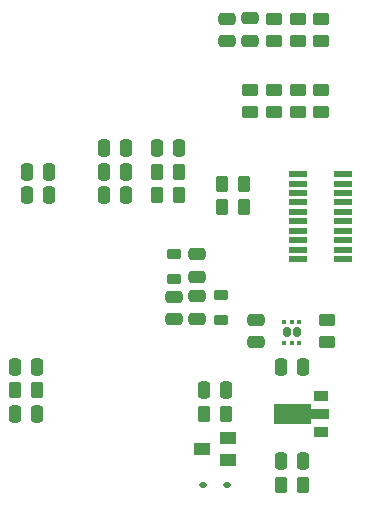
<source format=gbp>
%TF.GenerationSoftware,KiCad,Pcbnew,7.0.2*%
%TF.CreationDate,2023-11-21T14:26:12-06:00*%
%TF.ProjectId,BPS-PeripheralSOM,4250532d-5065-4726-9970-686572616c53,rev?*%
%TF.SameCoordinates,Original*%
%TF.FileFunction,Paste,Bot*%
%TF.FilePolarity,Positive*%
%FSLAX46Y46*%
G04 Gerber Fmt 4.6, Leading zero omitted, Abs format (unit mm)*
G04 Created by KiCad (PCBNEW 7.0.2) date 2023-11-21 14:26:12*
%MOMM*%
%LPD*%
G01*
G04 APERTURE LIST*
G04 Aperture macros list*
%AMRoundRect*
0 Rectangle with rounded corners*
0 $1 Rounding radius*
0 $2 $3 $4 $5 $6 $7 $8 $9 X,Y pos of 4 corners*
0 Add a 4 corners polygon primitive as box body*
4,1,4,$2,$3,$4,$5,$6,$7,$8,$9,$2,$3,0*
0 Add four circle primitives for the rounded corners*
1,1,$1+$1,$2,$3*
1,1,$1+$1,$4,$5*
1,1,$1+$1,$6,$7*
1,1,$1+$1,$8,$9*
0 Add four rect primitives between the rounded corners*
20,1,$1+$1,$2,$3,$4,$5,0*
20,1,$1+$1,$4,$5,$6,$7,0*
20,1,$1+$1,$6,$7,$8,$9,0*
20,1,$1+$1,$8,$9,$2,$3,0*%
%AMFreePoly0*
4,1,9,3.862500,-0.866500,0.737500,-0.866500,0.737500,-0.450000,-0.737500,-0.450000,-0.737500,0.450000,0.737500,0.450000,0.737500,0.866500,3.862500,0.866500,3.862500,-0.866500,3.862500,-0.866500,$1*%
G04 Aperture macros list end*
%ADD10R,1.500000X0.550000*%
%ADD11R,1.400000X1.000000*%
%ADD12RoundRect,0.250000X0.250000X0.475000X-0.250000X0.475000X-0.250000X-0.475000X0.250000X-0.475000X0*%
%ADD13RoundRect,0.112500X0.187500X0.112500X-0.187500X0.112500X-0.187500X-0.112500X0.187500X-0.112500X0*%
%ADD14RoundRect,0.250000X-0.475000X0.250000X-0.475000X-0.250000X0.475000X-0.250000X0.475000X0.250000X0*%
%ADD15RoundRect,0.250000X-0.450000X0.262500X-0.450000X-0.262500X0.450000X-0.262500X0.450000X0.262500X0*%
%ADD16RoundRect,0.250000X-0.262500X-0.450000X0.262500X-0.450000X0.262500X0.450000X-0.262500X0.450000X0*%
%ADD17RoundRect,0.250000X0.450000X-0.262500X0.450000X0.262500X-0.450000X0.262500X-0.450000X-0.262500X0*%
%ADD18RoundRect,0.250000X0.475000X-0.250000X0.475000X0.250000X-0.475000X0.250000X-0.475000X-0.250000X0*%
%ADD19RoundRect,0.160000X-0.160000X0.245000X-0.160000X-0.245000X0.160000X-0.245000X0.160000X0.245000X0*%
%ADD20RoundRect,0.093750X-0.106250X0.093750X-0.106250X-0.093750X0.106250X-0.093750X0.106250X0.093750X0*%
%ADD21R,1.300000X0.900000*%
%ADD22FreePoly0,180.000000*%
%ADD23RoundRect,0.218750X-0.381250X0.218750X-0.381250X-0.218750X0.381250X-0.218750X0.381250X0.218750X0*%
%ADD24RoundRect,0.250000X0.262500X0.450000X-0.262500X0.450000X-0.262500X-0.450000X0.262500X-0.450000X0*%
%ADD25RoundRect,0.250000X-0.250000X-0.475000X0.250000X-0.475000X0.250000X0.475000X-0.250000X0.475000X0*%
%ADD26RoundRect,0.218750X0.381250X-0.218750X0.381250X0.218750X-0.381250X0.218750X-0.381250X-0.218750X0*%
G04 APERTURE END LIST*
D10*
%TO.C,J6*%
X135000000Y-61200000D03*
X138800000Y-61200000D03*
X135000000Y-62000000D03*
X138800000Y-62000000D03*
X135000000Y-62800000D03*
X138800000Y-62800000D03*
X135000000Y-63600000D03*
X138800000Y-63600000D03*
X135000000Y-64400000D03*
X138800000Y-64400000D03*
X135000000Y-65200000D03*
X138800000Y-65200000D03*
X135000000Y-66000000D03*
X138800000Y-66000000D03*
X135000000Y-66800000D03*
X138800000Y-66800000D03*
X135000000Y-67600000D03*
X138800000Y-67600000D03*
X135000000Y-68400000D03*
X138800000Y-68400000D03*
%TD*%
D11*
%TO.C,Q1*%
X129100000Y-83550000D03*
X129100000Y-85450000D03*
X126900000Y-84500000D03*
%TD*%
D12*
%TO.C,C2*%
X113950000Y-61000000D03*
X112050000Y-61000000D03*
%TD*%
D13*
%TO.C,D3*%
X129050000Y-87500000D03*
X126950000Y-87500000D03*
%TD*%
D12*
%TO.C,C6*%
X112950000Y-81500000D03*
X111050000Y-81500000D03*
%TD*%
D14*
%TO.C,C7*%
X124500000Y-71600000D03*
X124500000Y-73500000D03*
%TD*%
D12*
%TO.C,C8*%
X135450000Y-85500000D03*
X133550000Y-85500000D03*
%TD*%
D15*
%TO.C,R10*%
X135000000Y-54087500D03*
X135000000Y-55912500D03*
%TD*%
D12*
%TO.C,C17*%
X120500000Y-61000000D03*
X118600000Y-61000000D03*
%TD*%
D15*
%TO.C,R12*%
X133000000Y-54087500D03*
X133000000Y-55912500D03*
%TD*%
D12*
%TO.C,C11*%
X113950000Y-63000000D03*
X112050000Y-63000000D03*
%TD*%
D16*
%TO.C,R2*%
X123087500Y-63000000D03*
X124912500Y-63000000D03*
%TD*%
D17*
%TO.C,R9*%
X131000000Y-55912500D03*
X131000000Y-54087500D03*
%TD*%
D12*
%TO.C,C16*%
X120500000Y-59000000D03*
X118600000Y-59000000D03*
%TD*%
D18*
%TO.C,C10*%
X131000000Y-49900000D03*
X131000000Y-48000000D03*
%TD*%
D14*
%TO.C,C19*%
X131500000Y-73550000D03*
X131500000Y-75450000D03*
%TD*%
D19*
%TO.C,U6*%
X134900000Y-74612500D03*
X134100000Y-74612500D03*
D20*
X133850000Y-73725000D03*
X134500000Y-73725000D03*
X135150000Y-73725000D03*
X135150000Y-75500000D03*
X134500000Y-75500000D03*
X133850000Y-75500000D03*
%TD*%
D12*
%TO.C,C4*%
X112950000Y-77500000D03*
X111050000Y-77500000D03*
%TD*%
D15*
%TO.C,R1*%
X137500000Y-73587500D03*
X137500000Y-75412500D03*
%TD*%
D21*
%TO.C,Q2*%
X136950000Y-80000000D03*
D22*
X136862500Y-81500000D03*
D21*
X136950000Y-83000000D03*
%TD*%
D18*
%TO.C,C9*%
X129000000Y-49950000D03*
X129000000Y-48050000D03*
%TD*%
D17*
%TO.C,R5*%
X133000000Y-49912500D03*
X133000000Y-48087500D03*
%TD*%
%TO.C,R4*%
X135000000Y-49912500D03*
X135000000Y-48087500D03*
%TD*%
%TO.C,R13*%
X137000000Y-55912500D03*
X137000000Y-54087500D03*
%TD*%
D12*
%TO.C,C18*%
X135450000Y-77500000D03*
X133550000Y-77500000D03*
%TD*%
D23*
%TO.C,FB4*%
X124500000Y-67937500D03*
X124500000Y-70062500D03*
%TD*%
D24*
%TO.C,R14*%
X135412500Y-87500000D03*
X133587500Y-87500000D03*
%TD*%
%TO.C,R16*%
X112912500Y-79500000D03*
X111087500Y-79500000D03*
%TD*%
D14*
%TO.C,C12*%
X126500000Y-71550000D03*
X126500000Y-73450000D03*
%TD*%
D25*
%TO.C,C1*%
X127050000Y-79500000D03*
X128950000Y-79500000D03*
%TD*%
D16*
%TO.C,R7*%
X127087500Y-81500000D03*
X128912500Y-81500000D03*
%TD*%
D25*
%TO.C,C13*%
X123050000Y-59000000D03*
X124950000Y-59000000D03*
%TD*%
D16*
%TO.C,R20*%
X128587500Y-62000000D03*
X130412500Y-62000000D03*
%TD*%
D26*
%TO.C,FB1*%
X128500000Y-73562500D03*
X128500000Y-71437500D03*
%TD*%
D12*
%TO.C,C14*%
X120500000Y-63000000D03*
X118600000Y-63000000D03*
%TD*%
D17*
%TO.C,R3*%
X137000000Y-49912500D03*
X137000000Y-48087500D03*
%TD*%
D16*
%TO.C,R15*%
X128587500Y-64000000D03*
X130412500Y-64000000D03*
%TD*%
D18*
%TO.C,C15*%
X126500000Y-69900000D03*
X126500000Y-68000000D03*
%TD*%
D16*
%TO.C,R8*%
X123087500Y-61000000D03*
X124912500Y-61000000D03*
%TD*%
M02*

</source>
